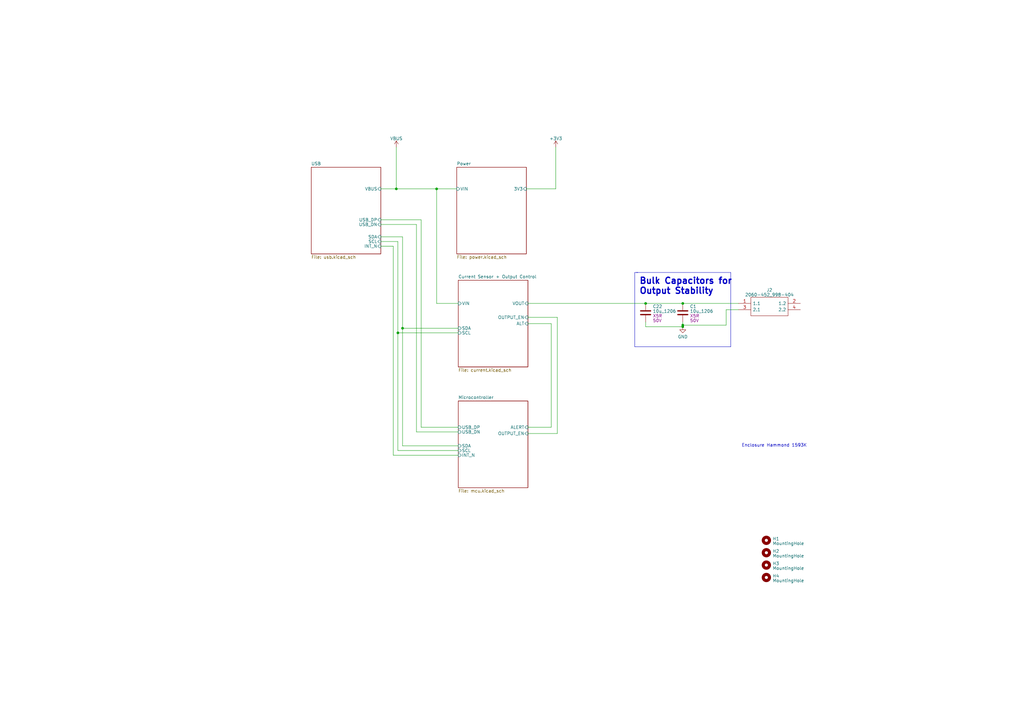
<source format=kicad_sch>
(kicad_sch (version 20231120) (generator "eeschema") (generator_version "8.0")
  (paper "A3")
  (title_block (title "Spark Analyzer") (date "2023-10-06") (rev "B"))
  (lib_symbols
    (symbol "Capacitor_JLC:10u_1206" (pin_numbers hide) (pin_names (offset 0.254))
      (property "Reference" "C" (at 0.635 2.54 0))
      (property "Value" "10u_1206" (at 0.635 -2.54 0))
      (property "Type" "X5R" (at 5.08 2.54 0))
      (property "Voltage" "50V" (at 5.08 0 0))
      (symbol "10u_1206_0_1"
        (polyline (pts (xy -2.032 -0.762) (xy 2.032 -0.762)) (stroke (width 0.508)))
        (polyline (pts (xy -2.032 0.762) (xy 2.032 0.762)) (stroke (width 0.508)))
      )
      (symbol "10u_1206_1_1"
        (pin passive line (at 0 3.81 270) (length 2.794) (name "~") (number "1"))
        (pin passive line (at 0 -3.81 90) (length 2.794) (name "~") (number "2"))
      )
    )
    (symbol "Connector_JLC:2060-452_998-404" (pin_names (offset 0.762))
      (property "Reference" "J" (at 21.59 7.62 0))
      (property "Value" "2060-452_998-404" (at 21.59 5.08 0))
      (symbol "2060-452_998-404_0_0"
        (pin passive line (at 0 0 0) (length 5.08) (name "1.1") (number "1"))
        (pin passive line (at 25.4 0 180) (length 5.08) (name "1.2") (number "2"))
        (pin passive line (at 0 -2.54 0) (length 5.08) (name "2.1") (number "3"))
        (pin passive line (at 25.4 -2.54 180) (length 5.08) (name "2.2") (number "4"))
      )
      (symbol "2060-452_998-404_0_1"
        (polyline (pts (xy 5.08 2.54) (xy 20.32 2.54) (xy 20.32 -5.08) (xy 5.08 -5.08) (xy 5.08 2.54)) (stroke (width 0.1524)))
      )
    )
    (symbol "Mechanical:MountingHole" (pin_names (offset 1.016))
      (property "Reference" "H" (at 0 5.08 0))
      (property "Value" "MountingHole" (at 0 3.175 0))
      (symbol "MountingHole_0_1"
        (circle (center 0 0) (radius 1.27) (stroke (width 1.27)))
      )
    )
    (symbol "power:+3V3" (power) (pin_names (offset 0))
      (property "Value" "+3V3" (at 0 3.556 0))
      (symbol "+3V3_0_1"
        (polyline (pts (xy -0.762 1.27) (xy 0 2.54)))
        (polyline (pts (xy 0 0) (xy 0 2.54)))
        (polyline (pts (xy 0 2.54) (xy 0.762 1.27)))
      )
      (symbol "+3V3_1_1"
        (pin power_in line (at 0 0 90) (length 0) hide (name "+3V3") (number "1"))
      )
    )
    (symbol "power:GND" (power) (pin_names (offset 0))
      (property "Value" "GND" (at 0 -3.81 0))
      (symbol "GND_0_1"
        (polyline (pts (xy 0 0) (xy 0 -1.27) (xy 1.27 -1.27) (xy 0 -2.54) (xy -1.27 -1.27) (xy 0 -1.27)))
      )
      (symbol "GND_1_1"
        (pin power_in line (at 0 0 270) (length 0) hide (name "GND") (number "1"))
      )
    )
    (symbol "power:VBUS" (power) (pin_names (offset 0))
      (property "Value" "VBUS" (at 0 3.81 0))
      (symbol "VBUS_0_1"
        (polyline (pts (xy -0.762 1.27) (xy 0 2.54)))
        (polyline (pts (xy 0 0) (xy 0 2.54)))
        (polyline (pts (xy 0 2.54) (xy 0.762 1.27)))
      )
      (symbol "VBUS_1_1"
        (pin power_in line (at 0 0 90) (length 0) hide (name "VBUS") (number "1"))
      )
    )
  )
  (junction (at 162.56 77.47))
  (junction (at 163.195 136.525))
  (junction (at 264.795 124.46))
  (junction (at 280.035 133.985))
  (junction (at 179.07 77.47))
  (junction (at 165.1 134.62))
  (junction (at 280.035 124.46))
  (junction (at 280.035 133.35))
  (wire (pts (xy 297.815 127) (xy 302.895 127)))
  (wire (pts (xy 172.72 175.26) (xy 187.96 175.26)))
  (wire (pts (xy 226.06 175.26) (xy 216.535 175.26)))
  (wire (pts (xy 280.035 124.46) (xy 302.895 124.46)))
  (polyline (pts (xy 260.35 111.76) (xy 261.62 111.76)))
  (wire (pts (xy 165.1 134.62) (xy 165.1 97.155)))
  (wire (pts (xy 264.795 124.46) (xy 280.035 124.46)))
  (wire (pts (xy 163.195 136.525) (xy 187.96 136.525)))
  (wire (pts (xy 165.1 182.88) (xy 165.1 134.62)))
  (wire (pts (xy 165.1 134.62) (xy 187.96 134.62)))
  (wire (pts (xy 161.29 186.69) (xy 161.29 100.965)))
  (wire (pts (xy 179.07 77.47) (xy 187.325 77.47)))
  (wire (pts (xy 163.195 184.785) (xy 187.96 184.785)))
  (wire (pts (xy 161.29 100.965) (xy 156.21 100.965)))
  (wire (pts (xy 280.035 133.985) (xy 280.035 133.35)))
  (wire (pts (xy 156.21 99.06) (xy 163.195 99.06)))
  (wire (pts (xy 172.72 90.17) (xy 172.72 175.26)))
  (wire (pts (xy 156.21 90.17) (xy 172.72 90.17)))
  (wire (pts (xy 163.195 99.06) (xy 163.195 136.525)))
  (wire (pts (xy 170.815 177.165) (xy 170.815 92.075)))
  (polyline (pts (xy 299.72 142.24) (xy 260.35 142.24)))
  (wire (pts (xy 156.21 77.47) (xy 162.56 77.47)))
  (polyline (pts (xy 299.72 111.76) (xy 299.72 142.24)))
  (wire (pts (xy 264.795 132.08) (xy 264.795 133.985)))
  (wire (pts (xy 187.96 177.165) (xy 170.815 177.165)))
  (wire (pts (xy 187.96 124.46) (xy 179.07 124.46)))
  (wire (pts (xy 227.965 77.47) (xy 215.9 77.47)))
  (wire (pts (xy 227.965 60.325) (xy 227.965 77.47)))
  (wire (pts (xy 179.07 124.46) (xy 179.07 77.47)))
  (wire (pts (xy 228.6 130.175) (xy 228.6 177.8)))
  (wire (pts (xy 280.035 133.35) (xy 280.035 132.08)))
  (wire (pts (xy 297.815 133.35) (xy 280.035 133.35)))
  (wire (pts (xy 162.56 60.325) (xy 162.56 77.47)))
  (wire (pts (xy 163.195 136.525) (xy 163.195 184.785)))
  (wire (pts (xy 170.815 92.075) (xy 156.21 92.075)))
  (wire (pts (xy 226.06 132.715) (xy 226.06 175.26)))
  (wire (pts (xy 264.795 133.985) (xy 280.035 133.985)))
  (wire (pts (xy 216.535 130.175) (xy 228.6 130.175)))
  (wire (pts (xy 216.535 124.46) (xy 264.795 124.46)))
  (polyline (pts (xy 260.35 142.24) (xy 260.35 111.76)))
  (wire (pts (xy 162.56 77.47) (xy 179.07 77.47)))
  (wire (pts (xy 165.1 97.155) (xy 156.21 97.155)))
  (wire (pts (xy 216.535 132.715) (xy 226.06 132.715)))
  (wire (pts (xy 297.815 127) (xy 297.815 133.35)))
  (wire (pts (xy 228.6 177.8) (xy 216.535 177.8)))
  (wire (pts (xy 187.96 182.88) (xy 165.1 182.88)))
  (polyline (pts (xy 260.985 111.76) (xy 299.72 111.76)))
  (wire (pts (xy 187.96 186.69) (xy 161.29 186.69)))
  (text "Bulk Capacitors for \nOutput Stability" (at 262.128 120.904 0) (effects (font (size 2.54 2.54) (thickness 0.508) (bold yes)) (justify left bottom)))
  (text "Enclosure Hammond 1593K" (at 304.165 183.515 0) (effects (font (size 1.27 1.27)) (justify left bottom)))
  (symbol (lib_id "Connector_JLC:2060-452_998-404") (at 302.895 124.46 0) (unit 1)
    (property "Reference" "J2" (at 315.595 118.9609 0))
    (property "Value" "2060-452_998-404" (at 315.595 120.8819 0))
    (property "Footprint" "2060452998404" (effects (hide yes)))
    (property "Datasheet" "https://www.wago.com/2060-452/998-404" (effects (hide yes)))
    (property "Description" "SMD PCB terminal block; push-button; 0.75 mm; Pin spacing 4 mm; 2-pole; Push-in CAGE CLAMP; in tape-and-reel packaging" (effects (hide yes)))
    (property "Height" "4.5" (effects (hide yes)))
    (property "Manufacturer_Name" "Wago" (effects (hide yes)))
    (property "Manufacturer_Part_Number" "2060-452/998-404" (effects (hide yes)))
    (property "Arrow Part Number" "2060-452/998-404" (effects (hide yes)))
    (property "Arrow Price/Stock" "https://www.arrow.com/en/products/2060-452998-404/wago-kontakttechnik-gmbh?utm_currency=USD&region=europe" (effects (hide yes)))
    (property "LCSC" "C2765055" (effects (hide yes)))
  )
  (symbol (lib_id "power:VBUS") (at 162.56 60.325 0) (unit 1)
    (property "Reference" "#PWR04" (effects (hide yes)))
    (property "Value" "VBUS" (at 162.56 56.8231 0))
  )
  (symbol (lib_id "power:GND") (at 280.035 133.985 0) (unit 1)
    (property "Reference" "#PWR031" (effects (hide yes)))
    (property "Value" "GND" (at 280.035 138.1205 0))
  )
  (symbol (lib_id "Mechanical:MountingHole") (at 314.325 236.855 0) (unit 1)
    (property "Reference" "H4" (at 316.865 236.2113 0) (effects (justify left)))
    (property "Value" "MountingHole" (at 316.865 238.1323 0) (effects (justify left)))
    (property "Footprint" "MountingHole:MountingHole_2.2mm_M2" (effects (hide yes)))
  )
  (symbol (lib_id "Mechanical:MountingHole") (at 314.325 221.615 0) (unit 1)
    (property "Reference" "H1" (at 316.865 220.9713 0) (effects (justify left)))
    (property "Value" "MountingHole" (at 316.865 222.8923 0) (effects (justify left)))
    (property "Footprint" "MountingHole:MountingHole_2.2mm_M2" (effects (hide yes)))
  )
  (symbol (lib_id "power:+3V3") (at 227.965 60.325 0) (unit 1)
    (property "Reference" "#PWR01" (effects (hide yes)))
    (property "Value" "+3V3" (at 227.965 56.8231 0))
  )
  (symbol (lib_id "Mechanical:MountingHole") (at 314.325 226.695 0) (unit 1)
    (property "Reference" "H2" (at 316.865 226.0513 0) (effects (justify left)))
    (property "Value" "MountingHole" (at 316.865 227.9723 0) (effects (justify left)))
    (property "Footprint" "MountingHole:MountingHole_2.2mm_M2" (effects (hide yes)))
  )
  (symbol (lib_id "Capacitor_JLC:10u_1206") (at 264.795 128.27 0) (unit 1)
    (property "Reference" "C22" (at 267.716 125.7053 0) (effects (justify left)))
    (property "Value" "10u_1206" (at 267.716 127.6263 0) (effects (justify left)))
    (property "Footprint" "Capacitor_SMD:C_1206_3216Metric" (effects (hide yes)))
    (property "Datasheet" "https://datasheet.lcsc.com/lcsc/1912111437_TDK-C3216X7R1V106MT000E_C361179.pdf" (effects (hide yes)))
    (property "Type" "X5R" (at 267.716 129.5473 0) (effects (justify left)))
    (property "LCSC" "C466808" (effects (hide yes)))
    (property "Voltage" "50V" (at 267.716 131.4683 0) (effects (justify left)))
  )
  (symbol (lib_id "Capacitor_JLC:10u_1206") (at 280.035 128.27 0) (unit 1)
    (property "Reference" "C1" (at 282.956 125.7053 0) (effects (justify left)))
    (property "Value" "10u_1206" (at 282.956 127.6263 0) (effects (justify left)))
    (property "Footprint" "Capacitor_SMD:C_1206_3216Metric" (effects (hide yes)))
    (property "Datasheet" "https://datasheet.lcsc.com/lcsc/1912111437_TDK-C3216X7R1V106MT000E_C361179.pdf" (effects (hide yes)))
    (property "Type" "X5R" (at 282.956 129.5473 0) (effects (justify left)))
    (property "LCSC" "C466808" (effects (hide yes)))
    (property "Voltage" "50V" (at 282.956 131.4683 0) (effects (justify left)))
  )
  (symbol (lib_id "Mechanical:MountingHole") (at 314.325 231.775 0) (unit 1)
    (property "Reference" "H3" (at 316.865 231.1313 0) (effects (justify left)))
    (property "Value" "MountingHole" (at 316.865 233.0523 0) (effects (justify left)))
    (property "Footprint" "MountingHole:MountingHole_2.2mm_M2" (effects (hide yes)))
  )
  (sheet (at 187.96 114.935) (size 28.575 35.56) (stroke (width 0.1524))
    (property "Sheetname" "Current Sensor + Output Control" (at 187.96 114.2234 0) (effects (justify left bottom)))
    (property "Sheetfile" "current.kicad_sch" (at 187.96 151.0796 0) (effects (justify left top)))
    (pin "VIN" input (at 187.96 124.46 180))
    (pin "SCL" input (at 187.96 136.525 180))
    (pin "VOUT" input (at 216.535 124.46 0))
    (pin "OUTPUT_EN" input (at 216.535 130.175 0))
    (pin "SDA" input (at 187.96 134.62 180))
    (pin "ALT" input (at 216.535 132.715 0))
  )
  (sheet (at 127.635 68.58) (size 28.575 35.56) (stroke (width 0.1524))
    (property "Sheetname" "USB" (at 127.635 67.8684 0) (effects (justify left bottom)))
    (property "Sheetfile" "usb.kicad_sch" (at 127.635 104.7246 0) (effects (justify left top)))
    (pin "VBUS" input (at 156.21 77.47 0))
    (pin "USB_DP" input (at 156.21 90.17 0))
    (pin "USB_DN" input (at 156.21 92.075 0))
    (pin "SDA" input (at 156.21 97.155 0))
    (pin "SCL" input (at 156.21 99.06 0))
    (pin "INT_N" input (at 156.21 100.965 0))
  )
  (sheet (at 187.325 68.58) (size 28.575 35.56) (stroke (width 0.1524))
    (property "Sheetname" "Power" (at 187.325 67.8684 0) (effects (justify left bottom)))
    (property "Sheetfile" "power.kicad_sch" (at 187.325 104.7246 0) (effects (justify left top)))
    (pin "VIN" input (at 187.325 77.47 180))
    (pin "3V3" input (at 215.9 77.47 0))
  )
  (sheet (at 187.96 164.465) (size 28.575 35.56) (stroke (width 0.1524))
    (property "Sheetname" "Microcontroller" (at 187.96 163.7534 0) (effects (justify left bottom)))
    (property "Sheetfile" "mcu.kicad_sch" (at 187.96 200.6096 0) (effects (justify left top)))
    (pin "ALERT" input (at 216.535 175.26 0))
    (pin "SDA" input (at 187.96 182.88 180))
    (pin "USB_DN" input (at 187.96 177.165 180))
    (pin "INT_N" input (at 187.96 186.69 180))
    (pin "SCL" input (at 187.96 184.785 180))
    (pin "USB_DP" input (at 187.96 175.26 180))
    (pin "OUTPUT_EN" input (at 216.535 177.8 0))
  )
)
</source>
